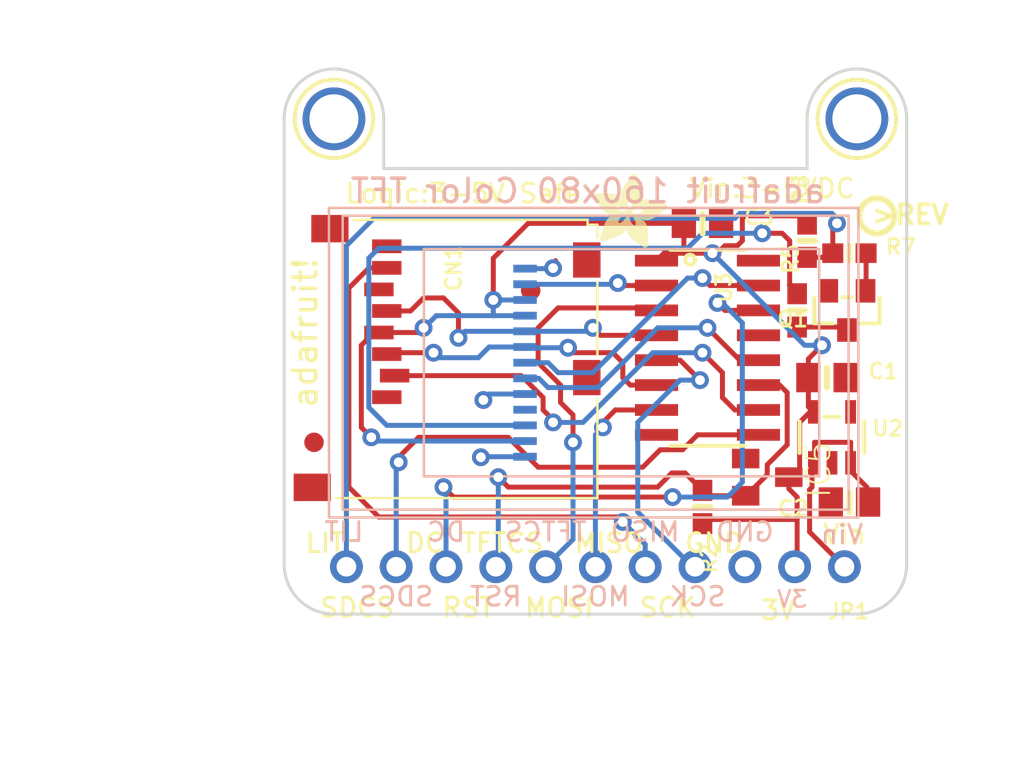
<source format=kicad_pcb>
(kicad_pcb (version 20190331) (host pcbnew "5.1.0-unknown-69cdb4a~86~ubuntu18.04.1")
  (layers (0 "Top" signal) (31 "Bottom" signal) (34 "B.Paste" user) (35 "F.Paste" user) (36 "B.SilkS" user) (37 "F.SilkS" user) (38 "B.Mask" user) (39 "F.Mask" user) (44 "Edge.Cuts" user))
  (net 0 "")
  (net 1 "GND")
  (module "" (layer "Top") (at 136.9441 96.1771)
    (fp_text reference "@HOLE0" hide)
    (fp_text value "" (at 0 0) (layer "F.SilkS") (effects (font (size 1.27 1.27))))
    (pad "" np_thru_hole circle (at 0 0) (size 0.6 0.6) (drill 0.6) (layers *.Cu *.Mask))
  )
  (module "" (layer "Top") (at 136.0551 96.1771)
    (fp_text reference "@HOLE1" hide)
    (fp_text value "" (at 0 0) (layer "F.SilkS") (effects (font (size 1.27 1.27))))
    (pad "" np_thru_hole circle (at 0 0) (size 0.6 0.6) (drill 0.6) (layers *.Cu *.Mask))
  )
  (module "" (layer "Top") (at 135.1661 96.1771)
    (fp_text reference "@HOLE2" hide)
    (fp_text value "" (at 0 0) (layer "F.SilkS") (effects (font (size 1.27 1.27))))
    (pad "" np_thru_hole circle (at 0 0) (size 0.6 0.6) (drill 0.6) (layers *.Cu *.Mask))
  )
  (module "" (layer "Top") (at 134.2771 96.1771)
    (fp_text reference "@HOLE3" hide)
    (fp_text value "" (at 0 0) (layer "F.SilkS") (effects (font (size 1.27 1.27))))
    (pad "" np_thru_hole circle (at 0 0) (size 0.6 0.6) (drill 0.6) (layers *.Cu *.Mask))
  )
  (module "" (layer "Top") (at 133.3881 96.1771)
    (fp_text reference "@HOLE4" hide)
    (fp_text value "" (at 0 0) (layer "F.SilkS") (effects (font (size 1.27 1.27))))
    (pad "" np_thru_hole circle (at 0 0) (size 0.6 0.6) (drill 0.6) (layers *.Cu *.Mask))
  )
  (module "" (layer "Top") (at 163.6141 96.1771)
    (fp_text reference "@HOLE5" hide)
    (fp_text value "" (at 0 0) (layer "F.SilkS") (effects (font (size 1.27 1.27))))
    (pad "" np_thru_hole circle (at 0 0) (size 0.6 0.6) (drill 0.6) (layers *.Cu *.Mask))
  )
  (module "" (layer "Top") (at 162.7251 96.1771)
    (fp_text reference "@HOLE6" hide)
    (fp_text value "" (at 0 0) (layer "F.SilkS") (effects (font (size 1.27 1.27))))
    (pad "" np_thru_hole circle (at 0 0) (size 0.6 0.6) (drill 0.6) (layers *.Cu *.Mask))
  )
  (module "" (layer "Top") (at 161.8361 96.1771)
    (fp_text reference "@HOLE7" hide)
    (fp_text value "" (at 0 0) (layer "F.SilkS") (effects (font (size 1.27 1.27))))
    (pad "" np_thru_hole circle (at 0 0) (size 0.6 0.6) (drill 0.6) (layers *.Cu *.Mask))
  )
  (module "" (layer "Top") (at 160.9471 96.1771)
    (fp_text reference "@HOLE8" hide)
    (fp_text value "" (at 0 0) (layer "F.SilkS") (effects (font (size 1.27 1.27))))
    (pad "" np_thru_hole circle (at 0 0) (size 0.6 0.6) (drill 0.6) (layers *.Cu *.Mask))
  )
  (module "" (layer "Top") (at 160.0581 96.1771)
    (fp_text reference "@HOLE9" hide)
    (fp_text value "" (at 0 0) (layer "F.SilkS") (effects (font (size 1.27 1.27))))
    (pad "" np_thru_hole circle (at 0 0) (size 0.6 0.6) (drill 0.6) (layers *.Cu *.Mask))
  )
  (module "Adafruit 0.96in 160x80 TFT Display:FIDUCIAL_1MM" (layer "Top") (at 134.1501 110.1471)
    (fp_text reference "FID1" hide)
    (fp_text value "FIDUCIAL_1MM" hide)
    (pad "1" smd roundrect (at 0 0) (size 1 1) (layers "Top" "F.Mask") (roundrect_rratio 0.5))
  )
  (module "Adafruit 0.96in 160x80 TFT Display:FIDUCIAL_1MM" (layer "Top") (at 145.1991 102.4001)
    (fp_text reference "FID2" hide)
    (fp_text value "FIDUCIAL_1MM" hide)
    (pad "1" smd roundrect (at 0 0) (size 1 1) (layers "Top" "F.Mask") (roundrect_rratio 0.5))
  )
  (module "Adafruit 0.96in 160x80 TFT Display:SOT23" (layer "Top") (at 157.2641 111.9251 270)
    (fp_text reference "IC5" (at -1.905 -1.905 90) (layer "F.SilkS") (effects (font (size 1.2065 1.2065) (thickness 0.09652)) (justify right top)))
    (fp_text value "APX803")
    (pad "1" smd rect (at -0.95 1.1 270) (size 1 1.4) (layers "Top" "F.Paste" "F.Mask"))
    (pad "2" smd rect (at 0.95 1.1 270) (size 1 1.4) (layers "Top" "F.Paste" "F.Mask"))
    (pad "3" smd rect (at 0 -1.1 270) (size 1 1.4) (layers "Top" "F.Paste" "F.Mask"))
  )
  (module "Adafruit 0.96in 160x80 TFT Display:0603-NO" (layer "Top") (at 153.9621 113.4491 270)
    (fp_text reference "R2" (at 1.778 0.127 90) (layer "F.SilkS") (effects (font (size 0.77216 0.77216) (thickness 0.138988)) (justify right top)))
    (fp_text value "10K")
    (pad "2" smd rect (at 0.85 0 270) (size 1.075 1) (layers "Top" "F.Paste" "F.Mask"))
    (pad "1" smd rect (at -0.85 0 270) (size 1.075 1) (layers "Top" "F.Paste" "F.Mask"))
  )
  (module "Adafruit 0.96in 160x80 TFT Display:TFT_0.96IN_160X80" (layer "Bottom") (at 134.9121 106.0831 90)
    (fp_text reference "U$2" hide)
    (fp_text value "DISP_LCD_0.9IN_160X80" hide)
    (pad "13" smd rect (at 4.8 10) (size 1.2 0.4) (layers "Bottom" "B.Paste" "B.Mask"))
    (pad "12" smd rect (at 4 10) (size 1.2 0.4) (layers "Bottom" "B.Paste" "B.Mask"))
    (pad "11" smd rect (at 3.2 10) (size 1.2 0.4) (layers "Bottom" "B.Paste" "B.Mask"))
    (pad "10" smd rect (at 2.4 10) (size 1.2 0.4) (layers "Bottom" "B.Paste" "B.Mask"))
    (pad "9" smd rect (at 1.6 10) (size 1.2 0.4) (layers "Bottom" "B.Paste" "B.Mask"))
    (pad "8" smd rect (at 0.8 10) (size 1.2 0.4) (layers "Bottom" "B.Paste" "B.Mask"))
    (pad "7" smd rect (at 0 10) (size 1.2 0.4) (layers "Bottom" "B.Paste" "B.Mask"))
    (pad "6" smd rect (at -0.8 10) (size 1.2 0.4) (layers "Bottom" "B.Paste" "B.Mask"))
    (pad "5" smd rect (at -1.6 10) (size 1.2 0.4) (layers "Bottom" "B.Paste" "B.Mask"))
    (pad "4" smd rect (at -2.4 10) (size 1.2 0.4) (layers "Bottom" "B.Paste" "B.Mask"))
    (pad "3" smd rect (at -3.2 10) (size 1.2 0.4) (layers "Bottom" "B.Paste" "B.Mask"))
    (pad "2" smd rect (at -4 10) (size 1.2 0.4) (layers "Bottom" "B.Paste" "B.Mask"))
    (pad "1" smd rect (at -4.8 10) (size 1.2 0.4) (layers "Bottom" "B.Paste" "B.Mask"))
  )
  (module "Adafruit 0.96in 160x80 TFT Display:MICROSD" (layer "Top") (at 148.5011 98.8441 270)
    (fp_text reference "CN1" (at 1.18 7.69 90) (layer "F.SilkS") (effects (font (size 0.77216 0.77216) (thickness 0.138988)) (justify right top)))
    (fp_text value "MICROSD")
    (pad "1" smd rect (at 9 10.64 270) (size 0.7 1.5) (layers "Top" "F.Paste" "F.Mask"))
    (pad "2" smd rect (at 7.9 10.24 270) (size 0.7 1.5) (layers "Top" "F.Paste" "F.Mask"))
    (pad "3" smd rect (at 6.8 10.64 270) (size 0.7 1.5) (layers "Top" "F.Paste" "F.Mask"))
    (pad "4" smd rect (at 5.7 11.04 270) (size 0.7 1.5) (layers "Top" "F.Paste" "F.Mask"))
    (pad "5" smd rect (at 4.6 10.64 270) (size 0.7 1.5) (layers "Top" "F.Paste" "F.Mask"))
    (pad "6" smd rect (at 3.5 11.04 270) (size 0.7 1.5) (layers "Top" "F.Paste" "F.Mask"))
    (pad "7" smd rect (at 2.4 10.64 270) (size 0.7 1.5) (layers "Top" "F.Paste" "F.Mask"))
    (pad "8" smd rect (at 1.3 10.64 270) (size 0.7 1.5) (layers "Top" "F.Paste" "F.Mask"))
    (pad "CD2" smd rect (at 8 0.44) (size 1.4 1.8) (layers "Top" "F.Paste" "F.Mask"))
    (pad "CD1" smd rect (at 2 0.44) (size 1.4 1.8) (layers "Top" "F.Paste" "F.Mask"))
    (pad "MT2" smd rect (at 13.6 14.44 270) (size 1.4 1.9) (layers "Top" "F.Paste" "F.Mask"))
    (pad "MT1" smd rect (at 0.4 13.54 270) (size 1.4 1.9) (layers "Top" "F.Paste" "F.Mask"))
  )
  (module "Adafruit 0.96in 160x80 TFT Display:0805-NO" (layer "Top") (at 153.9621 98.9711)
    (fp_text reference "C3" (at 2.032 0.127) (layer "F.SilkS") (effects (font (size 0.77216 0.77216) (thickness 0.138988)) (justify left bottom)))
    (fp_text value "0.1uF")
    (pad "2" smd rect (at 0.95 0) (size 1.24 1.5) (layers "Top" "F.Paste" "F.Mask"))
    (pad "1" smd rect (at -0.95 0) (size 1.24 1.5) (layers "Top" "F.Paste" "F.Mask"))
  )
  (module "Adafruit 0.96in 160x80 TFT Display:SOIC16" (layer "Top") (at 154.2161 105.3211 270)
    (fp_text reference "U3" (at -3.937 -0.381 90) (layer "F.SilkS") (effects (font (size 0.77216 0.77216) (thickness 0.138988)) (justify right top)))
    (fp_text value "74HC4050D")
    (pad "16" smd rect (at -4.445 -2.6 270) (size 0.6 2.2) (layers "Top" "F.Paste" "F.Mask"))
    (pad "15" smd rect (at -3.175 -2.6 270) (size 0.6 2.2) (layers "Top" "F.Paste" "F.Mask"))
    (pad "8" smd rect (at 4.445 2.6 270) (size 0.6 2.2) (layers "Top" "F.Paste" "F.Mask"))
    (pad "10" smd rect (at 3.175 -2.6 270) (size 0.6 2.2) (layers "Top" "F.Paste" "F.Mask"))
    (pad "7" smd rect (at 3.175 2.6 270) (size 0.6 2.2) (layers "Top" "F.Paste" "F.Mask"))
    (pad "5" smd rect (at 0.635 2.6 270) (size 0.6 2.2) (layers "Top" "F.Paste" "F.Mask"))
    (pad "9" smd rect (at 4.445 -2.6 270) (size 0.6 2.2) (layers "Top" "F.Paste" "F.Mask"))
    (pad "6" smd rect (at 1.905 2.6 270) (size 0.6 2.2) (layers "Top" "F.Paste" "F.Mask"))
    (pad "11" smd rect (at 1.905 -2.6 270) (size 0.6 2.2) (layers "Top" "F.Paste" "F.Mask"))
    (pad "12" smd rect (at 0.635 -2.6 270) (size 0.6 2.2) (layers "Top" "F.Paste" "F.Mask"))
    (pad "14" smd rect (at -1.905 -2.6 270) (size 0.6 2.2) (layers "Top" "F.Paste" "F.Mask"))
    (pad "4" smd rect (at -0.635 2.6 270) (size 0.6 2.2) (layers "Top" "F.Paste" "F.Mask"))
    (pad "3" smd rect (at -1.905 2.6 270) (size 0.6 2.2) (layers "Top" "F.Paste" "F.Mask"))
    (pad "1" smd rect (at -4.445 2.6 270) (size 0.6 2.2) (layers "Top" "F.Paste" "F.Mask"))
    (pad "13" smd rect (at -0.635 -2.6 270) (size 0.6 2.2) (layers "Top" "F.Paste" "F.Mask"))
    (pad "2" smd rect (at -3.175 2.6 270) (size 0.6 2.2) (layers "Top" "F.Paste" "F.Mask"))
  )
  (module "Adafruit 0.96in 160x80 TFT Display:SOT23-5" (layer "Top") (at 160.5661 109.8931)
    (fp_text reference "U2" (at 1.978 0) (layer "F.SilkS") (effects (font (size 0.77216 0.77216) (thickness 0.138988)) (justify left bottom)))
    (fp_text value "MIC5225-3.3")
    (pad "5" smd rect (at -0.95 -1.3001) (size 0.55 1.2) (layers "Top" "F.Paste" "F.Mask"))
    (pad "4" smd rect (at 0.95 -1.3001) (size 0.55 1.2) (layers "Top" "F.Paste" "F.Mask"))
    (pad "3" smd rect (at 0.95 1.3001) (size 0.55 1.2) (layers "Top" "F.Paste" "F.Mask"))
    (pad "2" smd rect (at 0 1.3001) (size 0.55 1.2) (layers "Top" "F.Paste" "F.Mask"))
    (pad "1" smd rect (at -0.95 1.3001) (size 0.55 1.2) (layers "Top" "F.Paste" "F.Mask"))
  )
  (module "Adafruit 0.96in 160x80 TFT Display:0805-NO" (layer "Top") (at 160.3121 106.8451)
    (fp_text reference "C1" (at 2.032 0.127) (layer "F.SilkS") (effects (font (size 0.77216 0.77216) (thickness 0.138988)) (justify left bottom)))
    (fp_text value "10µF")
    (pad "2" smd rect (at 0.95 0) (size 1.24 1.5) (layers "Top" "F.Paste" "F.Mask"))
    (pad "1" smd rect (at -0.95 0) (size 1.24 1.5) (layers "Top" "F.Paste" "F.Mask"))
  )
  (module "Adafruit 0.96in 160x80 TFT Display:0805-NO" (layer "Top") (at 161.4551 113.1951 180)
    (fp_text reference "C2" (at 2.032 0.127) (layer "F.SilkS") (effects (font (size 0.77216 0.77216) (thickness 0.138988)) (justify right top)))
    (fp_text value "10µF")
    (pad "2" smd rect (at 0.95 0 180) (size 1.24 1.5) (layers "Top" "F.Paste" "F.Mask"))
    (pad "1" smd rect (at -0.95 0 180) (size 1.24 1.5) (layers "Top" "F.Paste" "F.Mask"))
  )
  (module "Adafruit 0.96in 160x80 TFT Display:0603-NO" (layer "Top") (at 158.7881 103.4161 90)
    (fp_text reference "R5" (at 1.778 0.127 90) (layer "F.SilkS") (effects (font (size 0.77216 0.77216) (thickness 0.138988)) (justify left bottom)))
    (fp_text value "22")
    (pad "2" smd rect (at 0.85 0 90) (size 1.075 1) (layers "Top" "F.Paste" "F.Mask"))
    (pad "1" smd rect (at -0.85 0 90) (size 1.075 1) (layers "Top" "F.Paste" "F.Mask"))
  )
  (module "Adafruit 0.96in 160x80 TFT Display:SOT23-WIDE" (layer "Top") (at 161.3281 103.4161 180)
    (fp_text reference "Q1" (at 1.905 0) (layer "F.SilkS") (effects (font (size 0.77216 0.77216) (thickness 0.138988)) (justify right top)))
    (fp_text value "MMBT2222")
    (pad "1" smd rect (at -0.95 1 180) (size 1 1.2) (layers "Top" "F.Paste" "F.Mask"))
    (pad "2" smd rect (at 0.95 1 180) (size 1 1.2) (layers "Top" "F.Paste" "F.Mask"))
    (pad "3" smd rect (at 0 -1 180) (size 1 1.2) (layers "Top" "F.Paste" "F.Mask"))
  )
  (module "Adafruit 0.96in 160x80 TFT Display:0603-NO" (layer "Top") (at 161.4551 100.4951)
    (fp_text reference "R7" (at 1.778 0.127) (layer "F.SilkS") (effects (font (size 0.77216 0.77216) (thickness 0.138988)) (justify left bottom)))
    (fp_text value "1K")
    (pad "2" smd rect (at 0.85 0) (size 1.075 1) (layers "Top" "F.Paste" "F.Mask"))
    (pad "1" smd rect (at -0.85 0) (size 1.075 1) (layers "Top" "F.Paste" "F.Mask"))
  )
  (module "Adafruit 0.96in 160x80 TFT Display:0603-NO" (layer "Top") (at 159.2961 99.8601 90)
    (fp_text reference "R8" (at 1.778 0.127 90) (layer "F.SilkS") (effects (font (size 0.77216 0.77216) (thickness 0.138988)) (justify left bottom)))
    (fp_text value "10K")
    (pad "2" smd rect (at 0.85 0 90) (size 1.075 1) (layers "Top" "F.Paste" "F.Mask"))
    (pad "1" smd rect (at -0.85 0 90) (size 1.075 1) (layers "Top" "F.Paste" "F.Mask"))
  )
  (module "Adafruit 0.96in 160x80 TFT Display:1X11_ROUND" (layer "Top") (at 148.5011 116.4971 180)
    (fp_text reference "JP1" (at -14.0462 -1.8288) (layer "F.SilkS") (effects (font (size 0.77216 0.77216) (thickness 0.138988)) (justify right top)))
    (fp_text value "HEADER-1X11")
    (pad "11" thru_hole circle (at 12.7 0 270) (size 1.6764 1.6764) (drill 1) (layers *.Cu *.Mask))
    (pad "10" thru_hole circle (at 10.16 0 270) (size 1.6764 1.6764) (drill 1) (layers *.Cu *.Mask))
    (pad "9" thru_hole circle (at 7.62 0 270) (size 1.6764 1.6764) (drill 1) (layers *.Cu *.Mask))
    (pad "8" thru_hole circle (at 5.08 0 270) (size 1.6764 1.6764) (drill 1) (layers *.Cu *.Mask))
    (pad "7" thru_hole circle (at 2.54 0 270) (size 1.6764 1.6764) (drill 1) (layers *.Cu *.Mask))
    (pad "6" thru_hole circle (at 0 0 270) (size 1.6764 1.6764) (drill 1) (layers *.Cu *.Mask))
    (pad "5" thru_hole circle (at -2.54 0 270) (size 1.6764 1.6764) (drill 1) (layers *.Cu *.Mask))
    (pad "4" thru_hole circle (at -5.08 0 270) (size 1.6764 1.6764) (drill 1) (layers *.Cu *.Mask))
    (pad "3" thru_hole circle (at -7.62 0 270) (size 1.6764 1.6764) (drill 1) (layers *.Cu *.Mask))
    (pad "2" thru_hole circle (at -10.16 0 270) (size 1.6764 1.6764) (drill 1) (layers *.Cu *.Mask))
    (pad "1" thru_hole circle (at -12.7 0 270) (size 1.6764 1.6764) (drill 1) (layers *.Cu *.Mask))
  )
  (module "Adafruit 0.96in 160x80 TFT Display:ADAFRUIT_3.5MM" (layer "Top") (at 148.3741 100.2411)
    (fp_text reference "U$4" hide)
    (fp_text value "MICROSD" hide)
  )
  (module "Adafruit 0.96in 160x80 TFT Display:MOUNTINGHOLE_2.5_PLATED" (layer "Top") (at 135.1661 93.6371)
    (fp_text reference "U$9" hide)
    (fp_text value "MOUNTINGHOLE2.5" hide)
    (pad "P$1" thru_hole circle (at 0 0) (size 3.2 3.2) (drill 2.5) (layers *.Cu *.Mask))
  )
  (module "Adafruit 0.96in 160x80 TFT Display:MOUNTINGHOLE_2.5_PLATED" (layer "Top") (at 161.8361 93.6371)
    (fp_text reference "U$10" hide)
    (fp_text value "MOUNTINGHOLE2.5" hide)
    (pad "P$1" thru_hole circle (at 0 0) (size 3.2 3.2) (drill 2.5) (layers *.Cu *.Mask))
  )
  (module "Adafruit 0.96in 160x80 TFT Display:PCBFEAT-REV-040" (layer "Top") (at 162.8521 98.5901)
    (fp_text reference "U$6" hide)
    (fp_text value "" hide)
    (fp_text user ">REV" (at -0.3556 0.508) (layer "F.SilkS") (effects (font (size 0.9652 0.9652) (thickness 0.2032)) (justify left bottom)))
  )
  (gr_line (start 132.6261 116.3701) (end 132.6261 93.6371) (layer "Edge.Cuts") (width 0.15))
  (gr_arc (start 135.1661 93.6371) (end 132.6261 93.6371) (angle 90) (layer "Edge.Cuts") (width 0.15))
  (gr_arc (start 135.166099 93.6371) (end 135.1661 91.0971) (angle 90) (layer "Edge.Cuts") (width 0.15))
  (gr_line (start 137.7061 93.6371) (end 137.7061 96.1771) (layer "Edge.Cuts") (width 0.15))
  (gr_arc (start 135.1661 116.3701) (end 132.6261 116.3701) (angle -90) (layer "Edge.Cuts") (width 0.15))
  (gr_line (start 135.1661 118.9101) (end 161.8361 118.9101) (layer "Edge.Cuts") (width 0.15))
  (gr_arc (start 161.8361 116.3701) (end 161.8361 118.9101) (angle -90) (layer "Edge.Cuts") (width 0.15))
  (gr_line (start 164.3761 116.3701) (end 164.3761 93.6371) (layer "Edge.Cuts") (width 0.15))
  (gr_arc (start 161.8361 93.6371) (end 164.3761 93.6371) (angle -90) (layer "Edge.Cuts") (width 0.15))
  (gr_text "DC" (at 140.8811 114.7191) (layer "F.SilkS") (effects (font (size 0.9652 0.9652) (thickness 0.1524)) (justify right top)))
  (gr_text "SDCS" (at 138.3411 118.0211) (layer "F.SilkS") (effects (font (size 0.9652 0.9652) (thickness 0.1524)) (justify right top)))
  (gr_text "LIT" (at 135.8011 114.7191) (layer "F.SilkS") (effects (font (size 0.9652 0.9652) (thickness 0.1524)) (justify right top)))
  (gr_text "RST" (at 143.4211 118.0211) (layer "F.SilkS") (effects (font (size 0.9652 0.9652) (thickness 0.1524)) (justify right top)))
  (gr_text "TFTCS" (at 145.9611 114.7191) (layer "F.SilkS") (effects (font (size 0.9652 0.9652) (thickness 0.1524)) (justify right top)))
  (gr_text "MOSI" (at 148.5011 118.0211) (layer "F.SilkS") (effects (font (size 0.9652 0.9652) (thickness 0.1524)) (justify right top)))
  (gr_text "MISO" (at 151.0411 114.7191) (layer "F.SilkS") (effects (font (size 0.9652 0.9652) (thickness 0.1524)) (justify right top)))
  (gr_text "SCK" (at 153.7081 118.0211) (layer "F.SilkS") (effects (font (size 0.9652 0.9652) (thickness 0.1524)) (justify right top)))
  (gr_text "GND" (at 156.1211 114.7191) (layer "F.SilkS") (effects (font (size 0.9652 0.9652) (thickness 0.1524)) (justify right top)))
  (gr_text "3V" (at 158.7881 118.1481) (layer "F.SilkS") (effects (font (size 0.9652 0.9652) (thickness 0.1524)) (justify right top)))
  (gr_text "Vin" (at 161.2011 114.8461) (layer "F.SilkS") (effects (font (size 0.9652 0.9652) (thickness 0.1524))))
  (gr_text "adafruit!" (at 134.4041 108.4961 90) (layer "F.SilkS") (effects (font (size 1.2065 1.2065) (thickness 0.1778)) (justify left bottom)))
  (gr_text "LIT" (at 135.6741 114.7191) (layer "B.SilkS") (effects (font (size 0.9652 0.9652) (thickness 0.14224)) (justify mirror)))
  (gr_text "SDCS" (at 138.3411 118.0211) (layer "B.SilkS") (effects (font (size 0.9652 0.9652) (thickness 0.14224)) (justify mirror)))
  (gr_text "DC" (at 140.8811 114.7191) (layer "B.SilkS") (effects (font (size 0.9652 0.9652) (thickness 0.14224)) (justify mirror)))
  (gr_text "RST" (at 143.4211 118.0211) (layer "B.SilkS") (effects (font (size 0.9652 0.9652) (thickness 0.14224)) (justify mirror)))
  (gr_text "TFTCS" (at 145.9611 114.7191) (layer "B.SilkS") (effects (font (size 0.9652 0.9652) (thickness 0.14224)) (justify mirror)))
  (gr_text "MOSI" (at 148.5011 118.0211) (layer "B.SilkS") (effects (font (size 0.9652 0.9652) (thickness 0.14224)) (justify mirror)))
  (gr_text "MISO" (at 151.0411 114.7191) (layer "B.SilkS") (effects (font (size 0.9652 0.9652) (thickness 0.14224)) (justify mirror)))
  (gr_text "SCK" (at 153.7081 118.0211) (layer "B.SilkS") (effects (font (size 0.9652 0.9652) (thickness 0.14224)) (justify mirror)))
  (gr_text "GND" (at 156.1211 114.7191) (layer "B.SilkS") (effects (font (size 0.9652 0.9652) (thickness 0.14224)) (justify mirror)))
  (gr_text "3V" (at 158.5341 118.1481) (layer "B.SilkS") (effects (font (size 0.84455 0.84455) (thickness 0.12446)) (justify mirror)))
  (gr_text "Vin" (at 161.0741 114.8461) (layer "B.SilkS") (effects (font (size 0.9652 0.9652) (thickness 0.14224)) (justify mirror)))
  (gr_text "adafruit 160x80 Color TFT" (at 148.1201 97.3201) (layer "B.SilkS") (effects (font (size 1.2065 1.2065) (thickness 0.1778)) (justify mirror)))
  (gr_text "Logic:3-5V Safe" (at 141.7701 97.4471) (layer "F.SilkS") (effects (font (size 0.9652 0.9652) (thickness 0.14224))))
  (gr_text "Vin:3-5VDC" (at 157.5181 97.1931) (layer "F.SilkS") (effects (font (size 0.9652 0.9652) (thickness 0.14224))))
  (gr_line (start 159.2961 96.1771) (end 137.7061 96.1771) (layer "Edge.Cuts") (width 0.15))
  (gr_arc (start 161.8361 93.6371) (end 161.8361 91.0971) (angle -90) (layer "Edge.Cuts") (width 0.15))
  (gr_line (start 159.2961 93.6371) (end 159.2961 96.1771) (layer "Edge.Cuts") (width 0.15))
  (via (at 142.6591 110.9091) (size 0.9064) (drill 0.5) (layers "Top" "Bottom") (net 0))
  (segment (start 144.9121 107.6831) (end 143.0911 107.6831) (width 0.254) (layer "Bottom") (net 0))
  (segment (start 143.0911 107.6831) (end 142.7861 107.9881) (width 0.254) (layer "Bottom") (net 0))
  (via (at 142.7861 107.9881) (size 0.9064) (drill 0.5) (layers "Top" "Bottom") (net 0))
  (segment (start 144.9121 101.2831) (end 146.3161 101.2831) (width 0.254) (layer "Bottom") (net 0))
  (segment (start 146.3161 101.2831) (end 146.3421 101.2571) (width 0.254) (layer "Bottom") (net 0))
  (via (at 146.3421 101.2571) (size 0.9064) (drill 0.5) (layers "Top" "Bottom") (net 0))
  (segment (start 146.3421 101.2571) (end 146.3421 101.0031) (width 0.254) (layer "Top") (net 0))
  (segment (start 146.3421 101.0031) (end 146.4691 100.8761) (width 0.254) (layer "Top") (net 0))
  (segment (start 144.9121 110.8831) (end 142.6851 110.8831) (width 0.254) (layer "Bottom") (net 0))
  (segment (start 142.6851 110.8831) (end 142.6591 110.9091) (width 0.254) (layer "Bottom") (net 0))
  (via (at 139.7381 104.3051) (size 0.9064) (drill 0.5) (layers "Top" "Bottom") (net 0))
  (segment (start 140.3861 103.6831) (end 143.2941 103.6831) (width 0.254) (layer "Bottom") (net 0))
  (segment (start 143.2941 103.6831) (end 144.9121 103.6831) (width 0.254) (layer "Bottom") (net 0))
  (segment (start 144.9121 102.8831) (end 143.2941 102.8831) (width 0.254) (layer "Bottom") (net 0))
  (segment (start 145.0721 98.9711) (end 143.2941 100.7491) (width 0.254) (layer "Top") (net 0))
  (segment (start 143.2941 100.7491) (end 143.2941 102.8831) (width 0.254) (layer "Top") (net 0))
  (via (at 143.2941 102.8831) (size 0.9064) (drill 0.5) (layers "Top" "Bottom") (net 0))
  (segment (start 143.2941 102.8831) (end 143.2941 103.6831) (width 0.254) (layer "Bottom") (net 0))
  (segment (start 159.6161 108.593) (end 159.3621 108.339) (width 0.254) (layer "Top") (net 0))
  (segment (start 159.3621 108.339) (end 159.3621 106.8451) (width 0.254) (layer "Top") (net 0))
  (segment (start 145.0721 98.9711) (end 153.0121 98.9711) (width 0.254) (layer "Top") (net 0))
  (segment (start 150.9141 100.7491) (end 151.7431 100.7491) (width 0.254) (layer "Top") (net 0))
  (segment (start 151.7431 100.7491) (end 151.6161 100.8761) (width 0.254) (layer "Top") (net 0))
  (segment (start 151.9971 100.4951) (end 151.6161 100.8761) (width 0.254) (layer "Top") (net 0))
  (segment (start 158.7881 112.9411) (end 158.7881 114.0841) (width 0.254) (layer "Top") (net 0))
  (segment (start 158.7881 114.0841) (end 158.7881 116.3701) (width 0.254) (layer "Top") (net 0))
  (segment (start 158.7881 116.3701) (end 158.6611 116.4971) (width 0.254) (layer "Top") (net 0))
  (segment (start 151.9971 100.4951) (end 153.0121 100.4951) (width 0.254) (layer "Top") (net 0))
  (via (at 154.4701 100.4951) (size 0.9064) (drill 0.5) (layers "Top" "Bottom") (net 0))
  (segment (start 153.0121 100.4951) (end 154.4701 100.4951) (width 0.254) (layer "Top") (net 0))
  (segment (start 154.4701 100.4951) (end 159.1691 105.1941) (width 0.254) (layer "Bottom") (net 0))
  (via (at 160.0581 105.1941) (size 0.9064) (drill 0.5) (layers "Top" "Bottom") (net 0))
  (segment (start 144.9121 110.0831) (end 137.2611 110.0831) (width 0.254) (layer "Bottom") (net 0))
  (segment (start 137.2611 110.0831) (end 137.0711 109.8931) (width 0.254) (layer "Bottom") (net 0))
  (via (at 137.0711 109.8931) (size 0.9064) (drill 0.5) (layers "Top" "Bottom") (net 0))
  (segment (start 137.0711 109.8931) (end 136.5631 109.3851) (width 0.254) (layer "Top") (net 0))
  (segment (start 136.5631 109.3851) (end 136.5631 105.1941) (width 0.254) (layer "Top") (net 0))
  (segment (start 159.4532 108.593) (end 159.6161 108.593) (width 0.254) (layer "Top") (net 0))
  (segment (start 158.8761 98.5901) (end 159.2961 99.0101) (width 0.254) (layer "Top") (net 0))
  (segment (start 140.3861 103.6831) (end 139.7641 104.3051) (width 0.254) (layer "Bottom") (net 0))
  (segment (start 139.7641 104.3051) (end 139.7381 104.3051) (width 0.254) (layer "Bottom") (net 0))
  (segment (start 159.4532 108.593) (end 158.9151 109.1311) (width 0.254) (layer "Top") (net 0))
  (segment (start 154.1771 114.0841) (end 158.7881 114.0841) (width 0.254) (layer "Top") (net 0))
  (segment (start 158.7881 112.9411) (end 158.3641 112.5171) (width 0.254) (layer "Top") (net 0))
  (segment (start 158.3641 112.5171) (end 158.3641 111.9251) (width 0.254) (layer "Top") (net 0))
  (segment (start 158.9151 109.1311) (end 158.9151 111.9251) (width 0.254) (layer "Top") (net 0))
  (segment (start 158.9151 111.9251) (end 158.3641 111.9251) (width 0.254) (layer "Top") (net 0))
  (segment (start 137.4611 104.5441) (end 139.4991 104.5441) (width 0.254) (layer "Top") (net 0))
  (segment (start 139.4991 104.5441) (end 139.7381 104.3051) (width 0.254) (layer "Top") (net 0))
  (segment (start 136.5631 105.1941) (end 137.2131 104.5441) (width 0.254) (layer "Top") (net 0))
  (segment (start 137.2131 104.5441) (end 137.4611 104.5441) (width 0.254) (layer "Top") (net 0))
  (segment (start 159.1691 105.1941) (end 160.0581 105.1941) (width 0.254) (layer "Bottom") (net 0))
  (segment (start 159.3621 106.8451) (end 159.3621 105.8901) (width 0.254) (layer "Top") (net 0))
  (segment (start 159.3621 105.8901) (end 160.0581 105.1941) (width 0.254) (layer "Top") (net 0))
  (segment (start 158.8761 98.5901) (end 156.1211 98.5901) (width 0.254) (layer "Top") (net 0))
  (segment (start 154.4701 100.2411) (end 154.4701 100.4951) (width 0.254) (layer "Top") (net 0))
  (segment (start 156.1211 98.5901) (end 155.9941 98.7171) (width 0.254) (layer "Top") (net 0))
  (segment (start 155.9941 98.7171) (end 155.9941 99.8601) (width 0.254) (layer "Top") (net 0))
  (segment (start 155.9941 99.8601) (end 155.7401 100.1141) (width 0.254) (layer "Top") (net 0))
  (segment (start 155.7401 100.1141) (end 155.1051 100.1141) (width 0.254) (layer "Top") (net 0))
  (segment (start 155.1051 100.1141) (end 154.7241 100.4951) (width 0.254) (layer "Top") (net 0))
  (segment (start 154.7241 100.4951) (end 154.4701 100.4951) (width 0.254) (layer "Top") (net 0))
  (segment (start 153.0121 98.9711) (end 153.0121 100.4951) (width 0.254) (layer "Top") (net 0))
  (segment (start 154.1771 114.0841) (end 153.9621 114.2991) (width 0.254) (layer "Top") (net 0))
  (via (at 149.6441 102.0191) (size 0.9064) (drill 0.5) (layers "Top" "Bottom") (net 0))
  (segment (start 144.9121 102.0831) (end 149.5801 102.0831) (width 0.254) (layer "Bottom") (net 0))
  (segment (start 149.5801 102.0831) (end 149.6441 102.0191) (width 0.254) (layer "Bottom") (net 0))
  (segment (start 151.6161 102.1461) (end 149.7711 102.1461) (width 0.254) (layer "Top") (net 0))
  (segment (start 149.7711 102.1461) (end 149.6441 102.0191) (width 0.254) (layer "Top") (net 0))
  (via (at 153.8351 106.9721) (size 0.9064) (drill 0.5) (layers "Top" "Bottom") (net 0))
  (segment (start 152.8191 106.9721) (end 150.6601 109.1311) (width 0.254) (layer "Bottom") (net 0))
  (segment (start 151.6161 105.9561) (end 152.8191 105.9561) (width 0.254) (layer "Top") (net 0))
  (segment (start 152.8191 105.9561) (end 153.8351 106.9721) (width 0.254) (layer "Top") (net 0))
  (segment (start 150.6601 109.1311) (end 150.6601 113.7031) (width 0.254) (layer "Bottom") (net 0))
  (segment (start 150.6601 113.7031) (end 153.4541 116.4971) (width 0.254) (layer "Bottom") (net 0))
  (segment (start 152.8191 106.9721) (end 153.8351 106.9721) (width 0.254) (layer "Bottom") (net 0))
  (segment (start 153.4541 116.4971) (end 153.5811 116.4971) (width 0.254) (layer "Bottom") (net 0))
  (segment (start 151.6161 108.4961) (end 149.5171 108.4961) (width 0.254) (layer "Top") (net 0))
  (segment (start 149.5171 108.4961) (end 148.8821 109.1311) (width 0.254) (layer "Top") (net 0))
  (segment (start 148.8821 109.1311) (end 148.8821 109.3851) (width 0.254) (layer "Top") (net 0))
  (via (at 148.8821 109.3851) (size 0.9064) (drill 0.5) (layers "Top" "Bottom") (net 0))
  (segment (start 148.8821 109.3851) (end 148.5011 109.7661) (width 0.254) (layer "Bottom") (net 0))
  (segment (start 148.5011 109.7661) (end 148.5011 116.4971) (width 0.254) (layer "Bottom") (net 0))
  (segment (start 152.4381 112.9411) (end 141.2621 112.9411) (width 0.254) (layer "Top") (net 0))
  (segment (start 141.2621 112.9411) (end 140.7541 112.4331) (width 0.254) (layer "Top") (net 0))
  (via (at 140.7541 112.4331) (size 0.9064) (drill 0.5) (layers "Top" "Bottom") (net 0))
  (via (at 152.4381 112.9411) (size 0.9064) (drill 0.5) (layers "Top" "Bottom") (net 0))
  (segment (start 155.9941 112.1791) (end 155.9941 104.0511) (width 0.254) (layer "Bottom") (net 0))
  (segment (start 155.9941 104.0511) (end 154.9781 103.0351) (width 0.254) (layer "Bottom") (net 0))
  (segment (start 154.9781 103.0351) (end 154.7241 103.0351) (width 0.254) (layer "Bottom") (net 0))
  (via (at 154.7241 103.0351) (size 0.9064) (drill 0.5) (layers "Top" "Bottom") (net 0))
  (segment (start 154.7241 103.0351) (end 155.1051 103.4161) (width 0.254) (layer "Top") (net 0))
  (segment (start 155.1051 103.4161) (end 156.8161 103.4161) (width 0.254) (layer "Top") (net 0))
  (segment (start 140.8811 116.4971) (end 140.8811 112.5601) (width 0.254) (layer "Bottom") (net 0))
  (segment (start 140.8811 112.5601) (end 140.7541 112.4331) (width 0.254) (layer "Bottom") (net 0))
  (segment (start 152.4381 112.9411) (end 155.2321 112.9411) (width 0.254) (layer "Bottom") (net 0))
  (segment (start 155.2321 112.9411) (end 155.9941 112.1791) (width 0.254) (layer "Bottom") (net 0))
  (segment (start 139.7381 102.7811) (end 140.7541 102.7811) (width 0.254) (layer "Top") (net 0))
  (segment (start 140.7541 102.7811) (end 141.5161 103.5431) (width 0.254) (layer "Top") (net 0))
  (segment (start 141.5161 103.5431) (end 141.5161 104.8131) (width 0.254) (layer "Top") (net 0))
  (via (at 141.5161 104.8131) (size 0.9064) (drill 0.5) (layers "Top" "Bottom") (net 0))
  (segment (start 141.5161 104.8131) (end 141.8461 104.4831) (width 0.254) (layer "Bottom") (net 0))
  (segment (start 141.8461 104.4831) (end 144.9121 104.4831) (width 0.254) (layer "Bottom") (net 0))
  (segment (start 144.9121 104.4831) (end 148.1961 104.4831) (width 0.254) (layer "Bottom") (net 0))
  (segment (start 148.1961 104.4831) (end 148.3741 104.3051) (width 0.254) (layer "Bottom") (net 0))
  (via (at 148.3741 104.3051) (size 0.9064) (drill 0.5) (layers "Top" "Bottom") (net 0))
  (segment (start 148.3741 104.3051) (end 148.7551 104.6861) (width 0.254) (layer "Top") (net 0))
  (segment (start 148.7551 104.6861) (end 151.6161 104.6861) (width 0.254) (layer "Top") (net 0))
  (segment (start 139.7381 102.7811) (end 139.0751 103.4441) (width 0.254) (layer "Top") (net 0))
  (segment (start 139.0751 103.4441) (end 137.8611 103.4441) (width 0.254) (layer "Top") (net 0))
  (segment (start 144.9121 106.8831) (end 145.6181 106.8831) (width 0.254) (layer "Bottom") (net 0))
  (segment (start 145.6181 106.8831) (end 146.0881 107.3531) (width 0.254) (layer "Bottom") (net 0))
  (segment (start 146.0881 107.3531) (end 148.6281 107.3531) (width 0.254) (layer "Bottom") (net 0))
  (segment (start 148.6281 107.3531) (end 151.6761 104.3051) (width 0.254) (layer "Bottom") (net 0))
  (segment (start 151.6761 104.3051) (end 154.2161 104.3051) (width 0.254) (layer "Bottom") (net 0))
  (via (at 154.2161 104.3051) (size 0.9064) (drill 0.5) (layers "Top" "Bottom") (net 0))
  (segment (start 154.2161 104.3051) (end 155.8671 105.9561) (width 0.254) (layer "Top") (net 0))
  (segment (start 155.8671 105.9561) (end 156.8161 105.9561) (width 0.254) (layer "Top") (net 0))
  (segment (start 144.9121 106.0831) (end 146.0881 106.0831) (width 0.254) (layer "Bottom") (net 0))
  (segment (start 146.0881 106.0831) (end 146.5961 106.5911) (width 0.254) (layer "Bottom") (net 0))
  (segment (start 146.5961 106.5911) (end 148.3741 106.5911) (width 0.254) (layer "Bottom") (net 0))
  (segment (start 148.3741 106.5911) (end 153.2001 101.7651) (width 0.254) (layer "Bottom") (net 0))
  (segment (start 153.2001 101.7651) (end 153.9621 101.7651) (width 0.254) (layer "Bottom") (net 0))
  (via (at 153.9621 101.7651) (size 0.9064) (drill 0.5) (layers "Top" "Bottom") (net 0))
  (segment (start 153.9621 101.7651) (end 154.3431 102.1461) (width 0.254) (layer "Top") (net 0))
  (segment (start 154.3431 102.1461) (end 156.8161 102.1461) (width 0.254) (layer "Top") (net 0))
  (segment (start 159.6771 110.1471) (end 161.5161 110.1471) (width 0.254) (layer "Top") (net 0))
  (segment (start 161.5161 111.1932) (end 161.5161 110.1471) (width 0.254) (layer "Top") (net 0))
  (segment (start 159.6771 110.1471) (end 159.6771 111.1322) (width 0.254) (layer "Top") (net 0))
  (segment (start 159.6771 111.1322) (end 159.6161 111.1932) (width 0.254) (layer "Top") (net 0))
  (segment (start 159.4231 114.7191) (end 159.4231 112.5601) (width 0.254) (layer "Top") (net 0))
  (segment (start 159.4231 112.5601) (end 159.5501 112.4331) (width 0.254) (layer "Top") (net 0))
  (segment (start 159.5501 112.4331) (end 159.5501 111.2592) (width 0.254) (layer "Top") (net 0))
  (segment (start 159.5501 111.2592) (end 159.6161 111.1932) (width 0.254) (layer "Top") (net 0))
  (segment (start 159.4231 114.7191) (end 161.2011 116.4971) (width 0.254) (layer "Top") (net 0))
  (segment (start 161.5161 111.1932) (end 161.5161 111.6051) (width 0.254) (layer "Top") (net 0))
  (segment (start 161.5161 111.6051) (end 162.3441 112.4331) (width 0.254) (layer "Top") (net 0))
  (segment (start 162.3441 112.4331) (end 162.3441 113.1341) (width 0.254) (layer "Top") (net 0))
  (segment (start 162.3441 113.1341) (end 162.4051 113.1951) (width 0.254) (layer "Top") (net 0))
  (segment (start 156.8161 109.7661) (end 153.7081 109.7661) (width 0.254) (layer "Top") (net 0))
  (segment (start 153.7081 109.7661) (end 152.9461 110.5281) (width 0.254) (layer "Top") (net 0))
  (segment (start 152.9461 110.5281) (end 151.8031 110.5281) (width 0.254) (layer "Top") (net 0))
  (segment (start 150.9141 111.4171) (end 145.5801 111.4171) (width 0.254) (layer "Top") (net 0))
  (segment (start 144.0561 109.8931) (end 139.4841 109.8931) (width 0.254) (layer "Top") (net 0))
  (segment (start 139.4841 109.8931) (end 138.4681 110.9091) (width 0.254) (layer "Top") (net 0))
  (segment (start 138.4681 110.9091) (end 138.4681 111.1631) (width 0.254) (layer "Top") (net 0))
  (via (at 138.4681 111.1631) (size 0.9064) (drill 0.5) (layers "Top" "Bottom") (net 0))
  (segment (start 138.4681 111.1631) (end 138.3411 111.2901) (width 0.254) (layer "Bottom") (net 0))
  (segment (start 138.3411 111.2901) (end 138.3411 116.4971) (width 0.254) (layer "Bottom") (net 0))
  (segment (start 144.0561 109.8931) (end 145.5801 111.4171) (width 0.254) (layer "Top") (net 0))
  (segment (start 151.8031 110.5281) (end 150.9141 111.4171) (width 0.254) (layer "Top") (net 0))
  (segment (start 162.3051 100.4951) (end 162.3051 102.3891) (width 0.254) (layer "Top") (net 0))
  (segment (start 162.3051 102.3891) (end 162.2781 102.4161) (width 0.254) (layer "Top") (net 0))
  (segment (start 144.9121 109.2831) (end 137.8581 109.2831) (width 0.254) (layer "Bottom") (net 0))
  (segment (start 137.8581 109.2831) (end 136.9441 108.3691) (width 0.254) (layer "Bottom") (net 0))
  (segment (start 136.9441 108.3691) (end 136.9441 100.7491) (width 0.254) (layer "Bottom") (net 0))
  (segment (start 136.9441 100.7491) (end 137.4521 100.2411) (width 0.254) (layer "Bottom") (net 0))
  (segment (start 137.4521 100.2411) (end 153.2001 100.2411) (width 0.254) (layer "Bottom") (net 0))
  (segment (start 153.2001 100.2411) (end 153.9621 99.4791) (width 0.254) (layer "Bottom") (net 0))
  (segment (start 153.9621 99.4791) (end 157.0101 99.4791) (width 0.254) (layer "Bottom") (net 0))
  (via (at 157.0101 99.4791) (size 0.9064) (drill 0.5) (layers "Top" "Bottom") (net 0))
  (segment (start 157.0101 99.4791) (end 158.0261 99.4791) (width 0.254) (layer "Top") (net 0))
  (segment (start 158.0261 99.4791) (end 158.4071 99.8601) (width 0.254) (layer "Top") (net 0))
  (segment (start 158.4071 99.8601) (end 158.4071 102.1461) (width 0.254) (layer "Top") (net 0))
  (segment (start 158.4071 102.1461) (end 158.8271 102.5661) (width 0.254) (layer "Top") (net 0))
  (segment (start 158.8271 102.5661) (end 158.7881 102.5661) (width 0.254) (layer "Top") (net 0))
  (segment (start 158.7881 104.2661) (end 161.1781 104.2661) (width 0.254) (layer "Top") (net 0))
  (segment (start 161.1781 104.2661) (end 161.3281 104.4161) (width 0.254) (layer "Top") (net 0))
  (segment (start 135.9281 102.2731) (end 135.9281 112.4331) (width 0.254) (layer "Top") (net 0))
  (segment (start 137.4521 113.9571) (end 149.8981 113.9571) (width 0.254) (layer "Top") (net 0))
  (segment (start 149.8981 113.9571) (end 149.8981 114.2111) (width 0.254) (layer "Top") (net 0))
  (via (at 149.8981 114.2111) (size 0.9064) (drill 0.5) (layers "Top" "Bottom") (net 0))
  (segment (start 135.9281 112.4331) (end 137.4521 113.9571) (width 0.254) (layer "Top") (net 0))
  (segment (start 151.0411 116.4971) (end 151.0411 115.3541) (width 0.254) (layer "Bottom") (net 0))
  (segment (start 151.0411 115.3541) (end 149.8981 114.2111) (width 0.254) (layer "Bottom") (net 0))
  (segment (start 135.9281 102.2731) (end 136.9571 101.2441) (width 0.254) (layer "Top") (net 0))
  (segment (start 136.9571 101.2441) (end 137.8611 101.2441) (width 0.254) (layer "Top") (net 0))
  (via (at 140.2461 105.5751) (size 0.9064) (drill 0.5) (layers "Top" "Bottom") (net 0))
  (segment (start 140.2461 105.5751) (end 140.5001 105.8291) (width 0.254) (layer "Bottom") (net 0))
  (segment (start 140.5001 105.8291) (end 142.5321 105.8291) (width 0.254) (layer "Bottom") (net 0))
  (segment (start 142.5321 105.8291) (end 143.0781 105.2831) (width 0.254) (layer "Bottom") (net 0))
  (segment (start 143.0781 105.2831) (end 144.9121 105.2831) (width 0.254) (layer "Bottom") (net 0))
  (segment (start 144.9121 105.2831) (end 144.9501 105.3211) (width 0.254) (layer "Bottom") (net 0))
  (segment (start 144.9501 105.3211) (end 147.1041 105.3211) (width 0.254) (layer "Bottom") (net 0))
  (via (at 147.1041 105.3211) (size 0.9064) (drill 0.5) (layers "Top" "Bottom") (net 0))
  (segment (start 147.1041 105.3211) (end 147.3581 105.5751) (width 0.254) (layer "Top") (net 0))
  (segment (start 147.3581 105.5751) (end 149.3901 105.5751) (width 0.254) (layer "Top") (net 0))
  (segment (start 149.3901 105.5751) (end 149.8981 106.0831) (width 0.254) (layer "Top") (net 0))
  (segment (start 149.8981 106.0831) (end 149.8981 106.8451) (width 0.254) (layer "Top") (net 0))
  (segment (start 149.8981 106.8451) (end 150.2791 107.2261) (width 0.254) (layer "Top") (net 0))
  (segment (start 150.2791 107.2261) (end 151.6161 107.2261) (width 0.254) (layer "Top") (net 0))
  (segment (start 137.8611 105.6441) (end 137.9301 105.5751) (width 0.254) (layer "Top") (net 0))
  (segment (start 137.9301 105.5751) (end 140.2461 105.5751) (width 0.254) (layer "Top") (net 0))
  (via (at 146.3421 109.1311) (size 0.9064) (drill 0.5) (layers "Top" "Bottom") (net 0))
  (segment (start 146.3421 109.1311) (end 147.8661 109.1311) (width 0.254) (layer "Bottom") (net 0))
  (segment (start 151.4221 105.5751) (end 153.9621 105.5751) (width 0.254) (layer "Bottom") (net 0))
  (via (at 153.9621 105.5751) (size 0.9064) (drill 0.5) (layers "Top" "Bottom") (net 0))
  (segment (start 153.9621 105.5751) (end 154.9781 106.5911) (width 0.254) (layer "Top") (net 0))
  (segment (start 154.9781 106.5911) (end 154.9781 107.8611) (width 0.254) (layer "Top") (net 0))
  (segment (start 154.9781 107.8611) (end 155.6131 108.4961) (width 0.254) (layer "Top") (net 0))
  (segment (start 155.6131 108.4961) (end 156.8161 108.4961) (width 0.254) (layer "Top") (net 0))
  (segment (start 151.4221 105.5751) (end 147.8661 109.1311) (width 0.254) (layer "Bottom") (net 0))
  (segment (start 144.7171 106.7441) (end 145.8341 107.8611) (width 0.254) (layer "Top") (net 0))
  (segment (start 145.8341 107.8611) (end 145.8341 108.4961) (width 0.254) (layer "Top") (net 0))
  (segment (start 145.8341 108.4961) (end 146.3421 109.0041) (width 0.254) (layer "Top") (net 0))
  (segment (start 146.3421 109.0041) (end 146.3421 109.1311) (width 0.254) (layer "Top") (net 0))
  (segment (start 144.7171 106.7441) (end 138.2611 106.7441) (width 0.254) (layer "Top") (net 0))
  (segment (start 143.4211 116.4971) (end 143.5481 116.3701) (width 0.254) (layer "Bottom") (net 0))
  (segment (start 143.5481 116.3701) (end 143.5481 111.9251) (width 0.254) (layer "Bottom") (net 0))
  (via (at 143.5481 111.9251) (size 0.9064) (drill 0.5) (layers "Top" "Bottom") (net 0))
  (segment (start 143.5481 111.9251) (end 144.0561 112.4331) (width 0.254) (layer "Top") (net 0))
  (segment (start 144.0561 112.4331) (end 151.6761 112.4331) (width 0.254) (layer "Top") (net 0))
  (segment (start 156.7561 107.2261) (end 156.8161 107.2261) (width 0.254) (layer "Top") (net 0))
  (segment (start 151.6761 112.4331) (end 152.3991 111.7101) (width 0.254) (layer "Top") (net 0))
  (segment (start 152.3991 111.7101) (end 153.0731 111.7101) (width 0.254) (layer "Top") (net 0))
  (segment (start 156.8161 107.2261) (end 157.8991 107.2261) (width 0.254) (layer "Top") (net 0))
  (segment (start 157.8991 107.2261) (end 158.2801 107.6071) (width 0.254) (layer "Top") (net 0))
  (segment (start 158.2801 107.6071) (end 158.2801 110.2741) (width 0.254) (layer "Top") (net 0))
  (segment (start 158.2801 110.2741) (end 157.2641 111.2901) (width 0.254) (layer "Top") (net 0))
  (segment (start 157.2641 111.2901) (end 157.2641 111.7981) (width 0.254) (layer "Top") (net 0))
  (segment (start 153.0731 111.7101) (end 153.9621 112.5991) (width 0.254) (layer "Top") (net 0))
  (segment (start 153.9621 112.5991) (end 154.2381 112.8751) (width 0.254) (layer "Top") (net 0))
  (segment (start 154.2381 112.8751) (end 156.1641 112.8751) (width 0.254) (layer "Top") (net 0))
  (segment (start 157.2641 111.7981) (end 156.1871 112.8751) (width 0.254) (layer "Top") (net 0))
  (segment (start 156.1871 112.8751) (end 156.1641 112.8751) (width 0.254) (layer "Top") (net 0))
  (segment (start 135.8011 116.4971) (end 135.8011 100.1141) (width 0.254) (layer "Bottom") (net 0))
  (segment (start 135.8011 100.1141) (end 137.1981 98.7171) (width 0.254) (layer "Bottom") (net 0))
  (segment (start 137.1981 98.7171) (end 155.6131 98.7171) (width 0.254) (layer "Bottom") (net 0))
  (segment (start 155.6131 98.7171) (end 155.8671 98.4631) (width 0.254) (layer "Bottom") (net 0))
  (segment (start 155.8671 98.4631) (end 160.5661 98.4631) (width 0.254) (layer "Bottom") (net 0))
  (segment (start 160.5661 98.4631) (end 160.8201 98.7171) (width 0.254) (layer "Bottom") (net 0))
  (segment (start 160.8201 98.7171) (end 160.8201 98.9711) (width 0.254) (layer "Bottom") (net 0))
  (via (at 160.8201 98.9711) (size 0.9064) (drill 0.5) (layers "Top" "Bottom") (net 0))
  (segment (start 159.2961 100.7101) (end 160.3901 100.7101) (width 0.254) (layer "Top") (net 0))
  (segment (start 160.3901 100.7101) (end 160.6051 100.4951) (width 0.254) (layer "Top") (net 0))
  (segment (start 160.6051 100.4951) (end 160.6051 99.1861) (width 0.254) (layer "Top") (net 0))
  (segment (start 160.6051 99.1861) (end 160.8201 98.9711) (width 0.254) (layer "Top") (net 0))
  (segment (start 151.6161 103.4161) (end 151.6161 103.2891) (width 0.254) (layer "Top") (net 0))
  (via (at 147.3581 110.1471) (size 0.9064) (drill 0.5) (layers "Top" "Bottom") (net 0))
  (segment (start 151.6161 103.2891) (end 146.5961 103.2891) (width 0.254) (layer "Top") (net 0))
  (segment (start 146.5961 103.2891) (end 145.5801 104.3051) (width 0.254) (layer "Top") (net 0))
  (segment (start 145.5801 104.3051) (end 145.5801 106.0831) (width 0.254) (layer "Top") (net 0))
  (segment (start 145.5801 106.0831) (end 146.7231 107.2261) (width 0.254) (layer "Top") (net 0))
  (segment (start 146.7231 107.2261) (end 146.7231 108.1151) (width 0.254) (layer "Top") (net 0))
  (segment (start 146.7231 108.1151) (end 147.3581 108.7501) (width 0.254) (layer "Top") (net 0))
  (segment (start 147.3581 108.7501) (end 147.3581 110.1471) (width 0.254) (layer "Top") (net 0))
  (segment (start 145.9611 116.4971) (end 147.3581 115.1001) (width 0.254) (layer "Bottom") (net 0))
  (segment (start 147.3581 115.1001) (end 147.3581 110.1471) (width 0.254) (layer "Bottom") (net 0))
)
</source>
